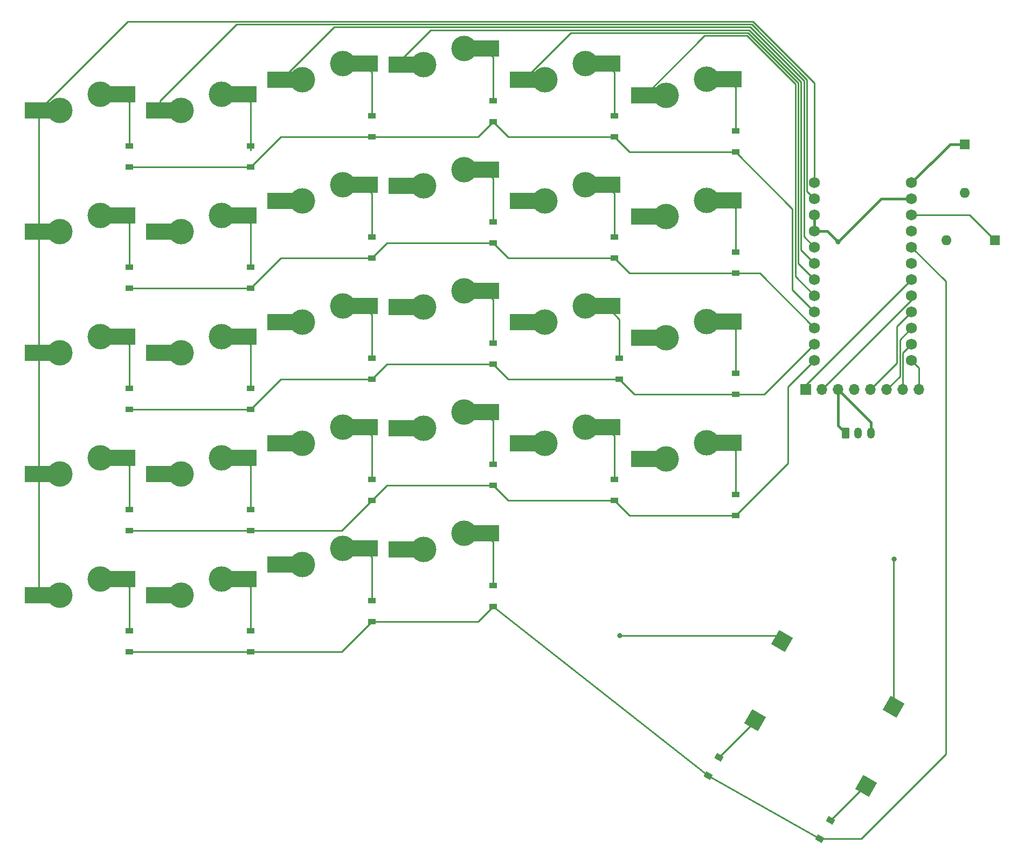
<source format=gbl>
%TF.GenerationSoftware,KiCad,Pcbnew,(6.0.1-0)*%
%TF.CreationDate,2022-02-08T23:28:17+08:00*%
%TF.ProjectId,nut-kb,6e75742d-6b62-42e6-9b69-6361645f7063,rev?*%
%TF.SameCoordinates,Original*%
%TF.FileFunction,Copper,L2,Bot*%
%TF.FilePolarity,Positive*%
%FSLAX46Y46*%
G04 Gerber Fmt 4.6, Leading zero omitted, Abs format (unit mm)*
G04 Created by KiCad (PCBNEW (6.0.1-0)) date 2022-02-08 23:28:17*
%MOMM*%
%LPD*%
G01*
G04 APERTURE LIST*
G04 Aperture macros list*
%AMRoundRect*
0 Rectangle with rounded corners*
0 $1 Rounding radius*
0 $2 $3 $4 $5 $6 $7 $8 $9 X,Y pos of 4 corners*
0 Add a 4 corners polygon primitive as box body*
4,1,4,$2,$3,$4,$5,$6,$7,$8,$9,$2,$3,0*
0 Add four circle primitives for the rounded corners*
1,1,$1+$1,$2,$3*
1,1,$1+$1,$4,$5*
1,1,$1+$1,$6,$7*
1,1,$1+$1,$8,$9*
0 Add four rect primitives between the rounded corners*
20,1,$1+$1,$2,$3,$4,$5,0*
20,1,$1+$1,$4,$5,$6,$7,0*
20,1,$1+$1,$6,$7,$8,$9,0*
20,1,$1+$1,$8,$9,$2,$3,0*%
%AMRotRect*
0 Rectangle, with rotation*
0 The origin of the aperture is its center*
0 $1 length*
0 $2 width*
0 $3 Rotation angle, in degrees counterclockwise*
0 Add horizontal line*
21,1,$1,$2,0,0,$3*%
G04 Aperture macros list end*
%TA.AperFunction,SMDPad,CuDef*%
%ADD10RotRect,2.550000X2.500000X240.000000*%
%TD*%
%TA.AperFunction,ComponentPad*%
%ADD11C,0.800000*%
%TD*%
%TA.AperFunction,SMDPad,CuDef*%
%ADD12R,4.500000X2.500000*%
%TD*%
%TA.AperFunction,ComponentPad*%
%ADD13C,4.000000*%
%TD*%
%TA.AperFunction,ComponentPad*%
%ADD14C,1.752600*%
%TD*%
%TA.AperFunction,ComponentPad*%
%ADD15O,1.200000X1.750000*%
%TD*%
%TA.AperFunction,ComponentPad*%
%ADD16RoundRect,0.250000X-0.350000X-0.625000X0.350000X-0.625000X0.350000X0.625000X-0.350000X0.625000X0*%
%TD*%
%TA.AperFunction,ComponentPad*%
%ADD17O,1.600000X1.600000*%
%TD*%
%TA.AperFunction,ComponentPad*%
%ADD18R,1.600000X1.600000*%
%TD*%
%TA.AperFunction,ComponentPad*%
%ADD19O,1.700000X1.700000*%
%TD*%
%TA.AperFunction,ComponentPad*%
%ADD20R,1.700000X1.700000*%
%TD*%
%TA.AperFunction,SMDPad,CuDef*%
%ADD21R,1.200000X0.900000*%
%TD*%
%TA.AperFunction,SMDPad,CuDef*%
%ADD22RotRect,0.900000X1.200000X60.000000*%
%TD*%
%TA.AperFunction,ViaPad*%
%ADD23C,0.800000*%
%TD*%
%TA.AperFunction,Conductor*%
%ADD24C,0.254000*%
%TD*%
%TA.AperFunction,Conductor*%
%ADD25C,0.381000*%
%TD*%
G04 APERTURE END LIST*
D10*
%TO.P,MX30,1,COL*%
%TO.N,COL5*%
X152585955Y-122134210D03*
%TO.P,MX30,2,ROW*%
%TO.N,Net-(D30-Pad2)*%
X148322159Y-134599320D03*
%TD*%
%TO.P,MX29,1,COL*%
%TO.N,COL4*%
X135123455Y-111815460D03*
%TO.P,MX29,2,ROW*%
%TO.N,Net-(D29-Pad2)*%
X130859659Y-124280570D03*
%TD*%
D11*
%TO.P,MX28,1,COL*%
%TO.N,COL3*%
X73660000Y-98234500D03*
D12*
X75465000Y-97472500D03*
D11*
X73660000Y-96710500D03*
D13*
X78740000Y-97472500D03*
%TO.P,MX28,2,ROW*%
%TO.N,Net-(D28-Pad2)*%
X85090000Y-94932500D03*
D11*
X90170000Y-95694500D03*
X90170000Y-94170500D03*
D12*
X88392000Y-94932500D03*
%TD*%
D13*
%TO.P,MX23,2,ROW*%
%TO.N,Net-(D23-Pad2)*%
X104140000Y-78263750D03*
D12*
X107442000Y-78263750D03*
D11*
X109220000Y-77501750D03*
X109220000Y-79025750D03*
D12*
%TO.P,MX23,1,COL*%
%TO.N,COL4*%
X94515000Y-80803750D03*
D11*
X92710000Y-81565750D03*
D13*
X97790000Y-80803750D03*
D11*
X92710000Y-80041750D03*
%TD*%
D14*
%TO.P,U1,24,BATIN/P0.04*%
%TO.N,+BATT*%
X155424500Y-39788000D03*
%TO.P,U1,23,GND*%
%TO.N,GND*%
X155424500Y-42328000D03*
%TO.P,U1,22,RST*%
%TO.N,RESET*%
X155424500Y-44868000D03*
%TO.P,U1,21,VCC*%
%TO.N,+3V3*%
X155424500Y-47408000D03*
%TO.P,U1,20,AIN7/P0.31*%
%TO.N,ROW4*%
X155424500Y-49948000D03*
%TO.P,U1,19,AIN5/P0.29*%
%TO.N,unconnected-(U1-Pad19)*%
X155424500Y-52488000D03*
%TO.P,U1,18,AIN0/P0.02*%
%TO.N,CS*%
X155424500Y-55028000D03*
%TO.P,U1,17,P1.15*%
%TO.N,DC*%
X155424500Y-57568000D03*
%TO.P,U1,16,P1.13*%
%TO.N,CLK*%
X155424500Y-60108000D03*
%TO.P,U1,15,P1.11*%
%TO.N,DIN*%
X155424500Y-62648000D03*
%TO.P,U1,14,NFC2/P0.10*%
%TO.N,RST*%
X155424500Y-65188000D03*
%TO.P,U1,13,NFC1/P0.09*%
%TO.N,BUSY*%
X155424500Y-67728000D03*
%TO.P,U1,12,P1.06*%
%TO.N,ROW3*%
X140184500Y-67728000D03*
%TO.P,U1,11,P1.04*%
%TO.N,ROW2*%
X140184500Y-65188000D03*
%TO.P,U1,10,P0.11*%
%TO.N,ROW1*%
X140184500Y-62648000D03*
%TO.P,U1,9,P1.00*%
%TO.N,ROW0*%
X140184500Y-60108000D03*
%TO.P,U1,8,P0.24*%
%TO.N,COL5*%
X140184500Y-57568000D03*
%TO.P,U1,7,P0.22*%
%TO.N,COL4*%
X140184500Y-55028000D03*
%TO.P,U1,6,P0.20*%
%TO.N,COL3*%
X140184500Y-52488000D03*
%TO.P,U1,5,P0.17*%
%TO.N,COL2*%
X140184500Y-49948000D03*
%TO.P,U1,4,GND*%
%TO.N,GND*%
X140184500Y-47408000D03*
%TO.P,U1,3,GND*%
X140184500Y-44868000D03*
%TO.P,U1,2,RX1/P0.08*%
%TO.N,COL1*%
X140184500Y-42328000D03*
%TO.P,U1,1,TX0/P0.06*%
%TO.N,COL0*%
X140184500Y-39788000D03*
%TD*%
D11*
%TO.P,MX26,1,COL*%
%TO.N,COL1*%
X35560000Y-103854250D03*
X35560000Y-105378250D03*
D12*
X37365000Y-104616250D03*
D13*
X40640000Y-104616250D03*
D11*
%TO.P,MX26,2,ROW*%
%TO.N,Net-(D26-Pad2)*%
X52070000Y-102838250D03*
X52070000Y-101314250D03*
D13*
X46990000Y-102076250D03*
D12*
X50292000Y-102076250D03*
%TD*%
D11*
%TO.P,MX1,1,COL*%
%TO.N,COL0*%
X16510000Y-29178250D03*
D13*
X21590000Y-28416250D03*
D12*
X18315000Y-28416250D03*
D11*
X16510000Y-27654250D03*
%TO.P,MX1,2,ROW*%
%TO.N,Net-(D1-Pad2)*%
X33020000Y-26638250D03*
D13*
X27940000Y-25876250D03*
D11*
X33020000Y-25114250D03*
D12*
X31242000Y-25876250D03*
%TD*%
D11*
%TO.P,MX16,1,COL*%
%TO.N,COL3*%
X73660000Y-60134500D03*
D12*
X75465000Y-59372500D03*
D13*
X78740000Y-59372500D03*
D11*
X73660000Y-58610500D03*
%TO.P,MX16,2,ROW*%
%TO.N,Net-(D16-Pad2)*%
X90170000Y-56070500D03*
D13*
X85090000Y-56832500D03*
D11*
X90170000Y-57594500D03*
D12*
X88392000Y-56832500D03*
%TD*%
%TO.P,MX22,1,COL*%
%TO.N,COL3*%
X75465000Y-78422500D03*
D13*
X78740000Y-78422500D03*
D11*
X73660000Y-79184500D03*
X73660000Y-77660500D03*
%TO.P,MX22,2,ROW*%
%TO.N,Net-(D22-Pad2)*%
X90170000Y-76644500D03*
D12*
X88392000Y-75882500D03*
D13*
X85090000Y-75882500D03*
D11*
X90170000Y-75120500D03*
%TD*%
%TO.P,MX25,1,COL*%
%TO.N,COL0*%
X16510000Y-105378250D03*
D13*
X21590000Y-104616250D03*
D12*
X18315000Y-104616250D03*
D11*
X16510000Y-103854250D03*
D12*
%TO.P,MX25,2,ROW*%
%TO.N,Net-(D25-Pad2)*%
X31242000Y-102076250D03*
D11*
X33020000Y-102838250D03*
D13*
X27940000Y-102076250D03*
D11*
X33020000Y-101314250D03*
%TD*%
%TO.P,MX3,1,COL*%
%TO.N,COL2*%
X54610000Y-22891750D03*
D12*
X56415000Y-23653750D03*
D11*
X54610000Y-24415750D03*
D13*
X59690000Y-23653750D03*
D11*
%TO.P,MX3,2,ROW*%
%TO.N,Net-(D3-Pad2)*%
X71120000Y-20351750D03*
D13*
X66040000Y-21113750D03*
D12*
X69342000Y-21113750D03*
D11*
X71120000Y-21875750D03*
%TD*%
%TO.P,MX2,1,COL*%
%TO.N,COL1*%
X35560000Y-27654250D03*
D12*
X37365000Y-28416250D03*
D11*
X35560000Y-29178250D03*
D13*
X40640000Y-28416250D03*
D12*
%TO.P,MX2,2,ROW*%
%TO.N,Net-(D2-Pad2)*%
X50292000Y-25876250D03*
D11*
X52070000Y-25114250D03*
D13*
X46990000Y-25876250D03*
D11*
X52070000Y-26638250D03*
%TD*%
D12*
%TO.P,MX11,1,COL*%
%TO.N,COL4*%
X94515000Y-42703750D03*
D13*
X97790000Y-42703750D03*
D11*
X92710000Y-43465750D03*
X92710000Y-41941750D03*
D12*
%TO.P,MX11,2,ROW*%
%TO.N,Net-(D11-Pad2)*%
X107442000Y-40163750D03*
D11*
X109220000Y-40925750D03*
D13*
X104140000Y-40163750D03*
D11*
X109220000Y-39401750D03*
%TD*%
D13*
%TO.P,MX5,1,COL*%
%TO.N,COL4*%
X97790000Y-23653750D03*
D11*
X92710000Y-24415750D03*
X92710000Y-22891750D03*
D12*
X94515000Y-23653750D03*
D11*
%TO.P,MX5,2,ROW*%
%TO.N,Net-(D5-Pad2)*%
X109220000Y-21875750D03*
X109220000Y-20351750D03*
D12*
X107442000Y-21113750D03*
D13*
X104140000Y-21113750D03*
%TD*%
D11*
%TO.P,MX21,1,COL*%
%TO.N,COL2*%
X54610000Y-81565750D03*
X54610000Y-80041750D03*
D13*
X59690000Y-80803750D03*
D12*
X56415000Y-80803750D03*
D11*
%TO.P,MX21,2,ROW*%
%TO.N,Net-(D21-Pad2)*%
X71120000Y-77501750D03*
X71120000Y-79025750D03*
D12*
X69342000Y-78263750D03*
D13*
X66040000Y-78263750D03*
%TD*%
D11*
%TO.P,MX7,1,COL*%
%TO.N,COL0*%
X16510000Y-48228250D03*
D12*
X18315000Y-47466250D03*
D13*
X21590000Y-47466250D03*
D11*
X16510000Y-46704250D03*
%TO.P,MX7,2,ROW*%
%TO.N,Net-(D7-Pad2)*%
X33020000Y-45688250D03*
X33020000Y-44164250D03*
D12*
X31242000Y-44926250D03*
D13*
X27940000Y-44926250D03*
%TD*%
D11*
%TO.P,MX20,1,COL*%
%TO.N,COL1*%
X35560000Y-86328250D03*
X35560000Y-84804250D03*
D12*
X37365000Y-85566250D03*
D13*
X40640000Y-85566250D03*
D12*
%TO.P,MX20,2,ROW*%
%TO.N,Net-(D20-Pad2)*%
X50292000Y-83026250D03*
D11*
X52070000Y-83788250D03*
X52070000Y-82264250D03*
D13*
X46990000Y-83026250D03*
%TD*%
D12*
%TO.P,MX4,1,COL*%
%TO.N,COL3*%
X75465000Y-21272500D03*
D11*
X73660000Y-22034500D03*
D13*
X78740000Y-21272500D03*
D11*
X73660000Y-20510500D03*
D12*
%TO.P,MX4,2,ROW*%
%TO.N,Net-(D4-Pad2)*%
X88392000Y-18732500D03*
D13*
X85090000Y-18732500D03*
D11*
X90170000Y-19494500D03*
X90170000Y-17970500D03*
%TD*%
D15*
%TO.P,J1,3,Pin_3*%
%TO.N,GND*%
X149042500Y-79161250D03*
%TO.P,J1,2,Pin_2*%
%TO.N,Net-(J1-Pad2)*%
X147042500Y-79161250D03*
D16*
%TO.P,J1,1,Pin_1*%
%TO.N,GND*%
X145042500Y-79161250D03*
%TD*%
D12*
%TO.P,MX19,1,COL*%
%TO.N,COL0*%
X18315000Y-85566250D03*
D11*
X16510000Y-84804250D03*
D13*
X21590000Y-85566250D03*
D11*
X16510000Y-86328250D03*
D13*
%TO.P,MX19,2,ROW*%
%TO.N,Net-(D19-Pad2)*%
X27940000Y-83026250D03*
D11*
X33020000Y-82264250D03*
D12*
X31242000Y-83026250D03*
D11*
X33020000Y-83788250D03*
%TD*%
%TO.P,MX15,1,COL*%
%TO.N,COL2*%
X54610000Y-60991750D03*
X54610000Y-62515750D03*
D12*
X56415000Y-61753750D03*
D13*
X59690000Y-61753750D03*
D11*
%TO.P,MX15,2,ROW*%
%TO.N,Net-(D15-Pad2)*%
X71120000Y-59975750D03*
D12*
X69342000Y-59213750D03*
D11*
X71120000Y-58451750D03*
D13*
X66040000Y-59213750D03*
%TD*%
%TO.P,MX8,1,COL*%
%TO.N,COL1*%
X40640000Y-47466250D03*
D12*
X37365000Y-47466250D03*
D11*
X35560000Y-48228250D03*
X35560000Y-46704250D03*
%TO.P,MX8,2,ROW*%
%TO.N,Net-(D8-Pad2)*%
X52070000Y-45688250D03*
D12*
X50292000Y-44926250D03*
D11*
X52070000Y-44164250D03*
D13*
X46990000Y-44926250D03*
%TD*%
%TO.P,MX17,1,COL*%
%TO.N,COL4*%
X97790000Y-61753750D03*
D11*
X92710000Y-60991750D03*
D12*
X94515000Y-61753750D03*
D11*
X92710000Y-62515750D03*
D12*
%TO.P,MX17,2,ROW*%
%TO.N,Net-(D17-Pad2)*%
X107442000Y-59213750D03*
D11*
X109220000Y-58451750D03*
X109220000Y-59975750D03*
D13*
X104140000Y-59213750D03*
%TD*%
D11*
%TO.P,MX10,1,COL*%
%TO.N,COL3*%
X73660000Y-41084500D03*
D13*
X78740000Y-40322500D03*
D11*
X73660000Y-39560500D03*
D12*
X75465000Y-40322500D03*
D13*
%TO.P,MX10,2,ROW*%
%TO.N,Net-(D10-Pad2)*%
X85090000Y-37782500D03*
D11*
X90170000Y-37020500D03*
D12*
X88392000Y-37782500D03*
D11*
X90170000Y-38544500D03*
%TD*%
D13*
%TO.P,MX24,1,COL*%
%TO.N,COL5*%
X116840000Y-83185000D03*
D11*
X111760000Y-82423000D03*
X111760000Y-83947000D03*
D12*
X113565000Y-83185000D03*
D11*
%TO.P,MX24,2,ROW*%
%TO.N,Net-(D24-Pad2)*%
X128270000Y-79883000D03*
D13*
X123190000Y-80645000D03*
D12*
X126492000Y-80645000D03*
D11*
X128270000Y-81407000D03*
%TD*%
D17*
%TO.P,SW2,2,B*%
%TO.N,Net-(J1-Pad2)*%
X163806500Y-41357250D03*
D18*
%TO.P,SW2,1,A*%
%TO.N,+BATT*%
X163806500Y-33737250D03*
%TD*%
D12*
%TO.P,MX14,1,COL*%
%TO.N,COL1*%
X37365000Y-66516250D03*
D13*
X40640000Y-66516250D03*
D11*
X35560000Y-67278250D03*
X35560000Y-65754250D03*
D12*
%TO.P,MX14,2,ROW*%
%TO.N,Net-(D14-Pad2)*%
X50292000Y-63976250D03*
D13*
X46990000Y-63976250D03*
D11*
X52070000Y-63214250D03*
X52070000Y-64738250D03*
%TD*%
D19*
%TO.P,J2,8,Pin_8*%
%TO.N,BUSY*%
X156582500Y-72320250D03*
%TO.P,J2,7,Pin_7*%
%TO.N,RST*%
X154042500Y-72320250D03*
%TO.P,J2,6,Pin_6*%
%TO.N,DIN*%
X151502500Y-72320250D03*
%TO.P,J2,5,Pin_5*%
%TO.N,CLK*%
X148962500Y-72320250D03*
%TO.P,J2,4,Pin_4*%
%TO.N,+3V3*%
X146422500Y-72320250D03*
%TO.P,J2,3,Pin_3*%
%TO.N,GND*%
X143882500Y-72320250D03*
%TO.P,J2,2,Pin_2*%
%TO.N,DC*%
X141342500Y-72320250D03*
D20*
%TO.P,J2,1,asdf*%
%TO.N,CS*%
X138802500Y-72320250D03*
%TD*%
D12*
%TO.P,MX9,1,COL*%
%TO.N,COL2*%
X56415000Y-42703750D03*
D11*
X54610000Y-41941750D03*
D13*
X59690000Y-42703750D03*
D11*
X54610000Y-43465750D03*
%TO.P,MX9,2,ROW*%
%TO.N,Net-(D9-Pad2)*%
X71120000Y-40925750D03*
X71120000Y-39401750D03*
D13*
X66040000Y-40163750D03*
D12*
X69342000Y-40163750D03*
%TD*%
D18*
%TO.P,SW1,1,1*%
%TO.N,RESET*%
X168495500Y-48850250D03*
D17*
%TO.P,SW1,2,2*%
%TO.N,GND*%
X160875500Y-48850250D03*
%TD*%
D12*
%TO.P,MX27,1,COL*%
%TO.N,COL2*%
X56415000Y-99853750D03*
D11*
X54610000Y-100615750D03*
D13*
X59690000Y-99853750D03*
D11*
X54610000Y-99091750D03*
D12*
%TO.P,MX27,2,ROW*%
%TO.N,Net-(D27-Pad2)*%
X69342000Y-97313750D03*
D13*
X66040000Y-97313750D03*
D11*
X71120000Y-98075750D03*
X71120000Y-96551750D03*
%TD*%
%TO.P,MX12,1,COL*%
%TO.N,COL5*%
X111760000Y-44323000D03*
X111760000Y-45847000D03*
D13*
X116840000Y-45085000D03*
D12*
X113565000Y-45085000D03*
D13*
%TO.P,MX12,2,ROW*%
%TO.N,Net-(D12-Pad2)*%
X123190000Y-42545000D03*
D11*
X128270000Y-41783000D03*
X128270000Y-43307000D03*
D12*
X126492000Y-42545000D03*
%TD*%
D13*
%TO.P,MX18,1,COL*%
%TO.N,COL5*%
X116840000Y-64135000D03*
D11*
X111760000Y-64897000D03*
D12*
X113565000Y-64135000D03*
D11*
X111760000Y-63373000D03*
%TO.P,MX18,2,ROW*%
%TO.N,Net-(D18-Pad2)*%
X128270000Y-60833000D03*
X128270000Y-62357000D03*
D13*
X123190000Y-61595000D03*
D12*
X126492000Y-61595000D03*
%TD*%
D13*
%TO.P,MX6,1,COL*%
%TO.N,COL5*%
X116840000Y-26035000D03*
D11*
X111760000Y-25273000D03*
X111760000Y-26797000D03*
D12*
X113565000Y-26035000D03*
D13*
%TO.P,MX6,2,ROW*%
%TO.N,Net-(D6-Pad2)*%
X123190000Y-23495000D03*
D11*
X128270000Y-22733000D03*
D12*
X126492000Y-23495000D03*
D11*
X128270000Y-24257000D03*
%TD*%
D13*
%TO.P,MX13,1,COL*%
%TO.N,COL0*%
X21590000Y-66516250D03*
D12*
X18315000Y-66516250D03*
D11*
X16510000Y-67278250D03*
X16510000Y-65754250D03*
%TO.P,MX13,2,ROW*%
%TO.N,Net-(D13-Pad2)*%
X33020000Y-63214250D03*
D12*
X31242000Y-63976250D03*
D13*
X27940000Y-63976250D03*
D11*
X33020000Y-64738250D03*
%TD*%
D21*
%TO.P,D17,1,K*%
%TO.N,ROW2*%
X109537500Y-70706250D03*
%TO.P,D17,2,A*%
%TO.N,Net-(D17-Pad2)*%
X109537500Y-67406250D03*
%TD*%
%TO.P,D14,1,K*%
%TO.N,ROW2*%
X51593750Y-75468750D03*
%TO.P,D14,2,A*%
%TO.N,Net-(D14-Pad2)*%
X51593750Y-72168750D03*
%TD*%
%TO.P,D9,1,K*%
%TO.N,ROW1*%
X70643750Y-51656250D03*
%TO.P,D9,2,A*%
%TO.N,Net-(D9-Pad2)*%
X70643750Y-48356250D03*
%TD*%
%TO.P,D21,1,K*%
%TO.N,ROW3*%
X70643750Y-89756250D03*
%TO.P,D21,2,A*%
%TO.N,Net-(D21-Pad2)*%
X70643750Y-86456250D03*
%TD*%
%TO.P,D6,1,K*%
%TO.N,ROW0*%
X127793750Y-34987500D03*
%TO.P,D6,2,A*%
%TO.N,Net-(D6-Pad2)*%
X127793750Y-31687500D03*
%TD*%
%TO.P,D26,1,K*%
%TO.N,ROW4*%
X51593750Y-113568750D03*
%TO.P,D26,2,A*%
%TO.N,Net-(D26-Pad2)*%
X51593750Y-110268750D03*
%TD*%
D22*
%TO.P,D29,1,K*%
%TO.N,ROW4*%
X123508000Y-133000942D03*
%TO.P,D29,2,A*%
%TO.N,Net-(D29-Pad2)*%
X125158000Y-130143058D03*
%TD*%
D21*
%TO.P,D7,1,K*%
%TO.N,ROW1*%
X32543750Y-56418750D03*
%TO.P,D7,2,A*%
%TO.N,Net-(D7-Pad2)*%
X32543750Y-53118750D03*
%TD*%
%TO.P,D23,1,K*%
%TO.N,ROW3*%
X108743750Y-89756250D03*
%TO.P,D23,2,A*%
%TO.N,Net-(D23-Pad2)*%
X108743750Y-86456250D03*
%TD*%
%TO.P,D12,1,K*%
%TO.N,ROW1*%
X127793750Y-54037500D03*
%TO.P,D12,2,A*%
%TO.N,Net-(D12-Pad2)*%
X127793750Y-50737500D03*
%TD*%
%TO.P,D3,1,K*%
%TO.N,ROW0*%
X70643750Y-32606250D03*
%TO.P,D3,2,A*%
%TO.N,Net-(D3-Pad2)*%
X70643750Y-29306250D03*
%TD*%
%TO.P,D28,1,K*%
%TO.N,ROW4*%
X89693750Y-106425000D03*
%TO.P,D28,2,A*%
%TO.N,Net-(D28-Pad2)*%
X89693750Y-103125000D03*
%TD*%
%TO.P,D22,1,K*%
%TO.N,ROW3*%
X89693750Y-87375000D03*
%TO.P,D22,2,A*%
%TO.N,Net-(D22-Pad2)*%
X89693750Y-84075000D03*
%TD*%
%TO.P,D15,1,K*%
%TO.N,ROW2*%
X70643750Y-70706250D03*
%TO.P,D15,2,A*%
%TO.N,Net-(D15-Pad2)*%
X70643750Y-67406250D03*
%TD*%
%TO.P,D11,1,K*%
%TO.N,ROW1*%
X108743750Y-51656250D03*
%TO.P,D11,2,A*%
%TO.N,Net-(D11-Pad2)*%
X108743750Y-48356250D03*
%TD*%
%TO.P,D24,1,K*%
%TO.N,ROW3*%
X127793750Y-92137500D03*
%TO.P,D24,2,A*%
%TO.N,Net-(D24-Pad2)*%
X127793750Y-88837500D03*
%TD*%
%TO.P,D27,1,K*%
%TO.N,ROW4*%
X70643750Y-108806250D03*
%TO.P,D27,2,A*%
%TO.N,Net-(D27-Pad2)*%
X70643750Y-105506250D03*
%TD*%
D22*
%TO.P,D30,1,K*%
%TO.N,ROW4*%
X141034000Y-142906942D03*
%TO.P,D30,2,A*%
%TO.N,Net-(D30-Pad2)*%
X142684000Y-140049058D03*
%TD*%
D21*
%TO.P,D20,1,K*%
%TO.N,ROW3*%
X51593750Y-94518750D03*
%TO.P,D20,2,A*%
%TO.N,Net-(D20-Pad2)*%
X51593750Y-91218750D03*
%TD*%
%TO.P,D19,1,K*%
%TO.N,ROW3*%
X32543750Y-94518750D03*
%TO.P,D19,2,A*%
%TO.N,Net-(D19-Pad2)*%
X32543750Y-91218750D03*
%TD*%
%TO.P,D1,1,K*%
%TO.N,ROW0*%
X32543750Y-37368750D03*
%TO.P,D1,2,A*%
%TO.N,Net-(D1-Pad2)*%
X32543750Y-34068750D03*
%TD*%
%TO.P,D25,1,K*%
%TO.N,ROW4*%
X32543750Y-113568750D03*
%TO.P,D25,2,A*%
%TO.N,Net-(D25-Pad2)*%
X32543750Y-110268750D03*
%TD*%
%TO.P,D4,1,K*%
%TO.N,ROW0*%
X89693750Y-30225000D03*
%TO.P,D4,2,A*%
%TO.N,Net-(D4-Pad2)*%
X89693750Y-26925000D03*
%TD*%
%TO.P,D2,1,K*%
%TO.N,ROW0*%
X51593750Y-37368750D03*
%TO.P,D2,2,A*%
%TO.N,Net-(D2-Pad2)*%
X51593750Y-34068750D03*
%TD*%
%TO.P,D8,1,K*%
%TO.N,ROW1*%
X51593750Y-56418750D03*
%TO.P,D8,2,A*%
%TO.N,Net-(D8-Pad2)*%
X51593750Y-53118750D03*
%TD*%
%TO.P,D5,1,K*%
%TO.N,ROW0*%
X108743750Y-32606250D03*
%TO.P,D5,2,A*%
%TO.N,Net-(D5-Pad2)*%
X108743750Y-29306250D03*
%TD*%
%TO.P,D10,1,K*%
%TO.N,ROW1*%
X89693750Y-49275000D03*
%TO.P,D10,2,A*%
%TO.N,Net-(D10-Pad2)*%
X89693750Y-45975000D03*
%TD*%
%TO.P,D18,1,K*%
%TO.N,ROW2*%
X127793750Y-73087500D03*
%TO.P,D18,2,A*%
%TO.N,Net-(D18-Pad2)*%
X127793750Y-69787500D03*
%TD*%
%TO.P,D13,1,K*%
%TO.N,ROW2*%
X32543750Y-75468750D03*
%TO.P,D13,2,A*%
%TO.N,Net-(D13-Pad2)*%
X32543750Y-72168750D03*
%TD*%
%TO.P,D16,1,K*%
%TO.N,ROW2*%
X89693750Y-68325000D03*
%TO.P,D16,2,A*%
%TO.N,Net-(D16-Pad2)*%
X89693750Y-65025000D03*
%TD*%
D23*
%TO.N,COL5*%
X152654000Y-98933000D03*
%TO.N,COL4*%
X109601000Y-110998000D03*
%TO.N,GND*%
X143867500Y-49104250D03*
%TD*%
D24*
%TO.N,COL5*%
X152654000Y-98933000D02*
X152585955Y-99001045D01*
X152585955Y-99001045D02*
X152585955Y-122134210D01*
%TO.N,COL4*%
X109601000Y-110998000D02*
X109633320Y-111030320D01*
X109633320Y-111030320D02*
X134338315Y-111030320D01*
X134338315Y-111030320D02*
X135123455Y-111815460D01*
%TO.N,RESET*%
X168495500Y-48850250D02*
X164513250Y-44868000D01*
X164513250Y-44868000D02*
X155424500Y-44868000D01*
%TO.N,ROW4*%
X141034000Y-142906942D02*
X147535850Y-142906942D01*
X147535850Y-142906942D02*
X160782000Y-129660792D01*
X160782000Y-129660792D02*
X160782000Y-55305500D01*
X160782000Y-55305500D02*
X155424500Y-49948000D01*
X89693750Y-106425000D02*
X123508000Y-133000942D01*
X123508000Y-133000942D02*
X141034000Y-142906942D01*
%TO.N,Net-(D30-Pad2)*%
X142684000Y-140049058D02*
X148133738Y-134599320D01*
X148133738Y-134599320D02*
X148322159Y-134599320D01*
%TO.N,Net-(D29-Pad2)*%
X125158000Y-130143058D02*
X130859659Y-124441399D01*
X130859659Y-124441399D02*
X130859659Y-124280570D01*
%TO.N,COL0*%
X18315000Y-85566250D02*
X18315000Y-104616250D01*
X18315000Y-66516250D02*
X18315000Y-85566250D01*
X18315000Y-47466250D02*
X18315000Y-66516250D01*
X18315000Y-28416250D02*
X18315000Y-47466250D01*
%TO.N,Net-(D28-Pad2)*%
X88392000Y-94932500D02*
X89693750Y-96234250D01*
X89693750Y-96234250D02*
X89693750Y-103125000D01*
%TO.N,Net-(D27-Pad2)*%
X69342000Y-97313750D02*
X70643750Y-98615500D01*
X70643750Y-98615500D02*
X70643750Y-105506250D01*
%TO.N,Net-(D26-Pad2)*%
X50292000Y-102076250D02*
X51593750Y-103378000D01*
X51593750Y-103378000D02*
X51593750Y-110268750D01*
%TO.N,Net-(D25-Pad2)*%
X31242000Y-102076250D02*
X32543750Y-103378000D01*
X32543750Y-103378000D02*
X32543750Y-110268750D01*
%TO.N,Net-(D24-Pad2)*%
X126492000Y-80645000D02*
X127793750Y-81946750D01*
X127793750Y-81946750D02*
X127793750Y-88837500D01*
%TO.N,Net-(D23-Pad2)*%
X107442000Y-78263750D02*
X108743750Y-79565500D01*
X108743750Y-79565500D02*
X108743750Y-86456250D01*
%TO.N,Net-(D22-Pad2)*%
X88392000Y-75882500D02*
X89693750Y-77184250D01*
X89693750Y-77184250D02*
X89693750Y-84075000D01*
%TO.N,Net-(D21-Pad2)*%
X69342000Y-78263750D02*
X70643750Y-79565500D01*
X70643750Y-79565500D02*
X70643750Y-86456250D01*
%TO.N,Net-(D20-Pad2)*%
X50292000Y-83026250D02*
X51593750Y-84328000D01*
X51593750Y-84328000D02*
X51593750Y-91218750D01*
%TO.N,Net-(D19-Pad2)*%
X31242000Y-83026250D02*
X32543750Y-84328000D01*
X32543750Y-84328000D02*
X32543750Y-91218750D01*
%TO.N,Net-(D18-Pad2)*%
X126492000Y-61595000D02*
X127793750Y-62896750D01*
X127793750Y-62896750D02*
X127793750Y-69787500D01*
%TO.N,Net-(D17-Pad2)*%
X107442000Y-59213750D02*
X109537500Y-61309250D01*
X109537500Y-61309250D02*
X109537500Y-67406250D01*
%TO.N,Net-(D16-Pad2)*%
X88392000Y-56832500D02*
X89693750Y-58134250D01*
X89693750Y-58134250D02*
X89693750Y-65025000D01*
%TO.N,Net-(D15-Pad2)*%
X69342000Y-59213750D02*
X70643750Y-60515500D01*
X70643750Y-60515500D02*
X70643750Y-67406250D01*
%TO.N,Net-(D14-Pad2)*%
X50292000Y-63976250D02*
X51593750Y-65278000D01*
X51593750Y-65278000D02*
X51593750Y-72168750D01*
%TO.N,Net-(D13-Pad2)*%
X31242000Y-63976250D02*
X32543750Y-65278000D01*
X32543750Y-65278000D02*
X32543750Y-72168750D01*
%TO.N,Net-(D7-Pad2)*%
X31242000Y-44926250D02*
X32543750Y-46228000D01*
X32543750Y-46228000D02*
X32543750Y-53118750D01*
%TO.N,Net-(D8-Pad2)*%
X50292000Y-44926250D02*
X51593750Y-46228000D01*
X51593750Y-46228000D02*
X51593750Y-53118750D01*
%TO.N,Net-(D9-Pad2)*%
X69342000Y-40163750D02*
X70643750Y-41465500D01*
X70643750Y-41465500D02*
X70643750Y-48356250D01*
%TO.N,Net-(D10-Pad2)*%
X88392000Y-37782500D02*
X89693750Y-39084250D01*
X89693750Y-39084250D02*
X89693750Y-45975000D01*
%TO.N,Net-(D11-Pad2)*%
X107442000Y-40163750D02*
X108743750Y-41465500D01*
X108743750Y-41465500D02*
X108743750Y-48356250D01*
%TO.N,Net-(D12-Pad2)*%
X126492000Y-42545000D02*
X127793750Y-43846750D01*
X127793750Y-43846750D02*
X127793750Y-50737500D01*
%TO.N,Net-(D2-Pad2)*%
X51562000Y-27146250D02*
X51562000Y-34671000D01*
X50292000Y-25876250D02*
X51562000Y-27146250D01*
%TO.N,Net-(D1-Pad2)*%
X31242000Y-25876250D02*
X32543750Y-27178000D01*
X32543750Y-27178000D02*
X32543750Y-34068750D01*
%TO.N,ROW3*%
X89693750Y-87375000D02*
X73025000Y-87375000D01*
X73025000Y-87375000D02*
X70643750Y-89756250D01*
X108743750Y-89756250D02*
X92075000Y-89756250D01*
X92075000Y-89756250D02*
X89693750Y-87375000D01*
X127793750Y-92137500D02*
X111125000Y-92137500D01*
X111125000Y-92137500D02*
X108743750Y-89756250D01*
%TO.N,ROW2*%
X70643750Y-70706250D02*
X56356250Y-70706250D01*
X56356250Y-70706250D02*
X51593750Y-75468750D01*
X89693750Y-68325000D02*
X73025000Y-68325000D01*
X73025000Y-68325000D02*
X70643750Y-70706250D01*
X109537500Y-70706250D02*
X92075000Y-70706250D01*
X92075000Y-70706250D02*
X89693750Y-68325000D01*
X127793750Y-73087500D02*
X111918750Y-73087500D01*
X111918750Y-73087500D02*
X109537500Y-70706250D01*
%TO.N,ROW1*%
X70643750Y-51656250D02*
X56356250Y-51656250D01*
X56356250Y-51656250D02*
X51593750Y-56418750D01*
X89693750Y-49275000D02*
X73025000Y-49275000D01*
X73025000Y-49275000D02*
X70643750Y-51656250D01*
X108743750Y-51656250D02*
X92075000Y-51656250D01*
X92075000Y-51656250D02*
X89693750Y-49275000D01*
X127793750Y-54037500D02*
X111125000Y-54037500D01*
X111125000Y-54037500D02*
X108743750Y-51656250D01*
%TO.N,ROW0*%
X70643750Y-32606250D02*
X87312500Y-32606250D01*
X87312500Y-32606250D02*
X89693750Y-30225000D01*
%TO.N,ROW3*%
X51593750Y-94518750D02*
X65881250Y-94518750D01*
X65881250Y-94518750D02*
X70643750Y-89756250D01*
X32543750Y-94518750D02*
X51593750Y-94518750D01*
%TO.N,ROW2*%
X32543750Y-75468750D02*
X51593750Y-75468750D01*
%TO.N,ROW1*%
X32543750Y-56418750D02*
X51593750Y-56418750D01*
%TO.N,ROW0*%
X51593750Y-37368750D02*
X32543750Y-37368750D01*
X70643750Y-32606250D02*
X56356250Y-32606250D01*
X56356250Y-32606250D02*
X51593750Y-37368750D01*
X108743750Y-32606250D02*
X92075000Y-32606250D01*
X92075000Y-32606250D02*
X89693750Y-30225000D01*
X127793750Y-34987500D02*
X111125000Y-34987500D01*
X111125000Y-34987500D02*
X108743750Y-32606250D01*
%TO.N,Net-(D3-Pad2)*%
X69342000Y-21113750D02*
X70643750Y-22415500D01*
X70643750Y-22415500D02*
X70643750Y-29306250D01*
%TO.N,Net-(D4-Pad2)*%
X88392000Y-18732500D02*
X89693750Y-20034250D01*
X89693750Y-20034250D02*
X89693750Y-26925000D01*
%TO.N,Net-(D5-Pad2)*%
X107442000Y-21113750D02*
X108743750Y-22415500D01*
X108743750Y-22415500D02*
X108743750Y-29306250D01*
%TO.N,Net-(D6-Pad2)*%
X126492000Y-23495000D02*
X127793750Y-24796750D01*
X127793750Y-24796750D02*
X127793750Y-31687500D01*
%TO.N,ROW1*%
X127793750Y-54037500D02*
X131574000Y-54037500D01*
X131574000Y-54037500D02*
X140184500Y-62648000D01*
%TO.N,ROW0*%
X127793750Y-34987500D02*
X136706480Y-43900230D01*
X136706480Y-43900230D02*
X136706480Y-56629980D01*
X136706480Y-56629980D02*
X140184500Y-60108000D01*
%TO.N,ROW2*%
X127793750Y-73087500D02*
X132285000Y-73087500D01*
X132285000Y-73087500D02*
X140184500Y-65188000D01*
%TO.N,ROW3*%
X127793750Y-92137500D02*
X136017000Y-83914250D01*
X136017000Y-83914250D02*
X136017000Y-71895500D01*
X136017000Y-71895500D02*
X140184500Y-67728000D01*
%TO.N,COL0*%
X140184500Y-39788000D02*
X140184500Y-24140246D01*
X130489854Y-14445600D02*
X32285650Y-14445600D01*
X140184500Y-24140246D02*
X130489854Y-14445600D01*
X32285650Y-14445600D02*
X18315000Y-28416250D01*
%TO.N,COL5*%
X140184500Y-57568000D02*
X137160000Y-54543500D01*
X137160000Y-54543500D02*
X137160000Y-24322616D01*
X137160000Y-24322616D02*
X129550584Y-16713200D01*
X129550584Y-16713200D02*
X122886800Y-16713200D01*
X122886800Y-16713200D02*
X113565000Y-26035000D01*
%TO.N,COL4*%
X140184500Y-55028000D02*
X137621129Y-52464629D01*
X137621129Y-52464629D02*
X137621129Y-24142371D01*
X137621129Y-24142371D02*
X129738438Y-16259680D01*
X129738438Y-16259680D02*
X101909070Y-16259680D01*
X101909070Y-16259680D02*
X94515000Y-23653750D01*
%TO.N,COL3*%
X140184500Y-52488000D02*
X138074649Y-50378149D01*
X79888340Y-15806160D02*
X73660000Y-22034500D01*
X138074649Y-50378149D02*
X138074649Y-23954517D01*
X138074649Y-23954517D02*
X129926292Y-15806160D01*
X129926292Y-15806160D02*
X79888340Y-15806160D01*
%TO.N,COL1*%
X37365000Y-26897000D02*
X49362880Y-14899120D01*
X49362880Y-14899120D02*
X130302000Y-14899120D01*
X130302000Y-14899120D02*
X138981689Y-23578809D01*
X37365000Y-28416250D02*
X37365000Y-26897000D01*
X138981689Y-23578809D02*
X138981689Y-41125189D01*
X138981689Y-41125189D02*
X140184500Y-42328000D01*
%TO.N,COL2*%
X56415000Y-23653750D02*
X64716110Y-15352640D01*
X138528169Y-48291669D02*
X140184500Y-49948000D01*
X64716110Y-15352640D02*
X130114146Y-15352640D01*
X130114146Y-15352640D02*
X138528169Y-23766663D01*
X138528169Y-23766663D02*
X138528169Y-48291669D01*
%TO.N,COL1*%
X37365000Y-28416250D02*
X37365000Y-26912250D01*
%TO.N,ROW4*%
X70643750Y-108806250D02*
X87312500Y-108806250D01*
X87312500Y-108806250D02*
X89693750Y-106425000D01*
X51593750Y-113568750D02*
X65881250Y-113568750D01*
X65881250Y-113568750D02*
X70643750Y-108806250D01*
X32543750Y-113568750D02*
X51593750Y-113568750D01*
D25*
%TO.N,GND*%
X140184500Y-47408000D02*
X142171250Y-47408000D01*
X143882500Y-78001250D02*
X145042500Y-79161250D01*
X150643750Y-42328000D02*
X155424500Y-42328000D01*
X143882500Y-72320250D02*
X143882500Y-78001250D01*
X149042500Y-77480250D02*
X143882500Y-72320250D01*
X142171250Y-47408000D02*
X143867500Y-49104250D01*
X149042500Y-79161250D02*
X149042500Y-77480250D01*
X143867500Y-49104250D02*
X150643750Y-42328000D01*
X140184500Y-44868000D02*
X140184500Y-47408000D01*
%TO.N,+BATT*%
X163806500Y-33737250D02*
X161475250Y-33737250D01*
X161475250Y-33737250D02*
X155424500Y-39788000D01*
D24*
%TO.N,CS*%
X138802500Y-72320250D02*
X138802500Y-71650000D01*
X138802500Y-71650000D02*
X155424500Y-55028000D01*
%TO.N,DC*%
X155424500Y-58238250D02*
X155424500Y-57568000D01*
X141342500Y-72320250D02*
X155424500Y-58238250D01*
%TO.N,CLK*%
X148962500Y-72320250D02*
X153135460Y-68147290D01*
X153135460Y-68147290D02*
X153135460Y-62397040D01*
X153135460Y-62397040D02*
X155424500Y-60108000D01*
%TO.N,DIN*%
X153588980Y-70233770D02*
X153588980Y-64483520D01*
X151502500Y-72320250D02*
X153588980Y-70233770D01*
X153588980Y-64483520D02*
X155424500Y-62648000D01*
%TO.N,RST*%
X154042500Y-66570000D02*
X155424500Y-65188000D01*
X154042500Y-72320250D02*
X154042500Y-66570000D01*
%TO.N,BUSY*%
X156582500Y-68886000D02*
X155424500Y-67728000D01*
X156582500Y-72320250D02*
X156582500Y-68886000D01*
%TD*%
M02*

</source>
